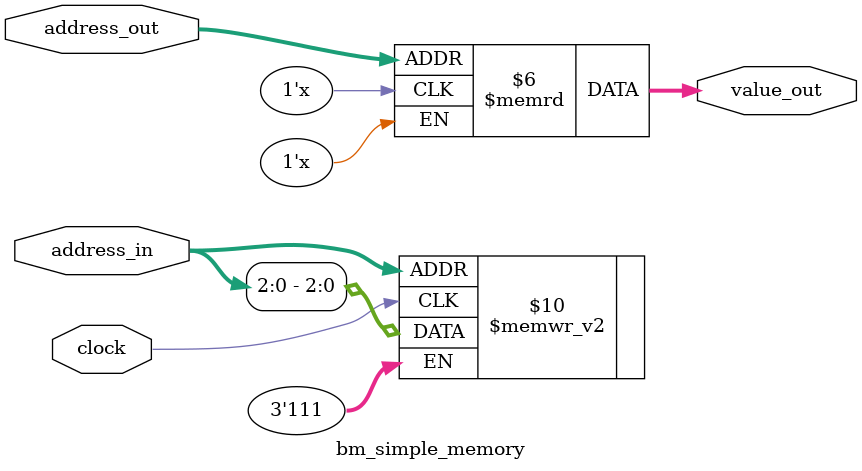
<source format=v>
`define BITS 3       // Bit width of the operands
`define DEPTH 8
module 	bm_simple_memory(
	clock, 
	value_out,
	address_in,
	address_out
);

// SIGNAL DECLARATIONS
input	clock;
input 	[`BITS:0] address_in;
input 	[`BITS:0] address_out;

output 	[`BITS-1:0] value_out;

reg 	[`BITS-1:0] memory [`DEPTH-1:0]; // 4 memory slots of Bits wide


always @(posedge clock)
begin
	memory[address_in] <= address_in;
end

assign value_out = memory[address_out];

endmodule

</source>
